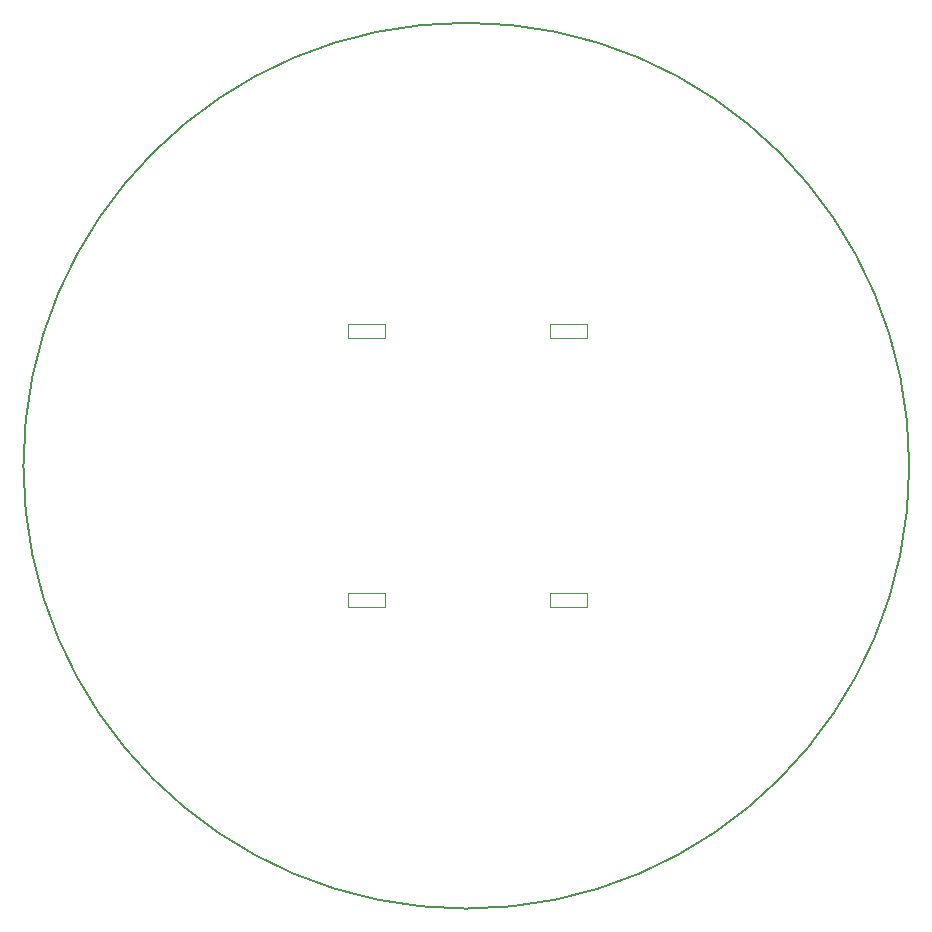
<source format=gbr>
%TF.GenerationSoftware,KiCad,Pcbnew,(6.0.1)*%
%TF.CreationDate,2022-03-12T16:33:18+00:00*%
%TF.ProjectId,Ball_Remote_Components,42616c6c-5f52-4656-9d6f-74655f436f6d,rev?*%
%TF.SameCoordinates,Original*%
%TF.FileFunction,Profile,NP*%
%FSLAX46Y46*%
G04 Gerber Fmt 4.6, Leading zero omitted, Abs format (unit mm)*
G04 Created by KiCad (PCBNEW (6.0.1)) date 2022-03-12 16:33:18*
%MOMM*%
%LPD*%
G01*
G04 APERTURE LIST*
%TA.AperFunction,Profile*%
%ADD10C,0.100000*%
%TD*%
%TA.AperFunction,Profile*%
%ADD11C,0.200000*%
%TD*%
G04 APERTURE END LIST*
D10*
X152975000Y-116087500D02*
X156075000Y-116087500D01*
X156075000Y-116087500D02*
X156075000Y-117287500D01*
X156075000Y-117287500D02*
X152975000Y-117287500D01*
X152975000Y-117287500D02*
X152975000Y-116087500D01*
X152975000Y-93287500D02*
X156075000Y-93287500D01*
X156075000Y-93287500D02*
X156075000Y-94487500D01*
X156075000Y-94487500D02*
X152975000Y-94487500D01*
X152975000Y-94487500D02*
X152975000Y-93287500D01*
X135875000Y-116087500D02*
X138975000Y-116087500D01*
X138975000Y-116087500D02*
X138975000Y-117287500D01*
X138975000Y-117287500D02*
X135875000Y-117287500D01*
X135875000Y-117287500D02*
X135875000Y-116087500D01*
D11*
X183375000Y-105287500D02*
G75*
G03*
X183375000Y-105287500I-37500000J0D01*
G01*
D10*
X135875000Y-93287500D02*
X138975000Y-93287500D01*
X138975000Y-93287500D02*
X138975000Y-94487500D01*
X138975000Y-94487500D02*
X135875000Y-94487500D01*
X135875000Y-94487500D02*
X135875000Y-93287500D01*
M02*

</source>
